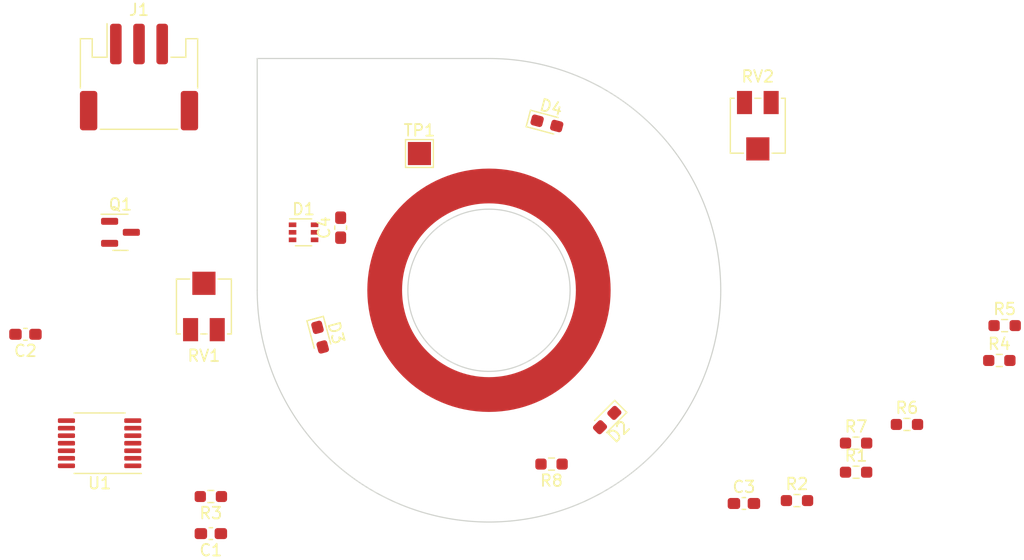
<source format=kicad_pcb>
(kicad_pcb (version 20211014) (generator pcbnew)
  (layers (0 "F.Cu" signal) (31 "B.Cu" signal) (34 "B.Paste" user) (35 "F.Paste" user) (36 "B.SilkS" user "B.Silkscreen") (37 "F.SilkS" user "F.Silkscreen") (38 "B.Mask" user) (39 "F.Mask" user) (44 "Edge.Cuts" user))
  (net 0 "")
  (net 1 "Net-(C1-Pad1)")
  (net 2 "Net-(C1-Pad2)")
  (net 3 "Net-(C2-Pad1)")
  (net 4 "GND")
  (net 5 "Net-(C3-Pad2)")
  (net 6 "VCC")
  (net 7 "/PZ-")
  (net 8 "/PZ+")
  (net 9 "Net-(D2-Pad2)")
  (net 10 "Net-(Q1-Pad2)")
  (net 11 "Net-(Q1-Pad1)")
  (net 12 "Net-(R1-Pad2)")
  (net 15 "Net-(D2-Pad1)")
  (net 16 "Net-(D3-Pad1)")
  (footprint "Capacitor_SMD:C_0603_1608Metric_Pad1.08x0.95mm_HandSolder" (layer "F.Cu") (at 172 118.4)
    (fp_text reference "C3" (at 0 -1.43) (layer "F.SilkS"))
    (fp_text value "0.1uF")
    (fp_line (start -0.146267 0.51) (end 0.146267 0.51) (layer "F.SilkS") (width 0.12))
    (fp_line (start -0.146267 -0.51) (end 0.146267 -0.51) (layer "F.SilkS") (width 0.12))
    (pad "1" smd roundrect locked (at -0.8625 0) (size 1.075 0.95) (layers "F.Cu" "F.Paste" "F.Mask") (net 4 "GND"))
    (pad "2" smd roundrect locked (at 0.8625 0) (size 1.075 0.95) (layers "F.Cu" "F.Paste" "F.Mask") (net 5 "Net-(C3-Pad2)"))
  )
  (footprint "LED_SMD:LED_0603_1608Metric_Pad1.05x0.95mm_HandSolder" (layer "F.Cu") (at 155 85.6 -15)
    (fp_text reference "D4" (at 0 -1.43 165) (layer "F.SilkS"))
    (fp_text value "LED")
    (fp_line (start 0.8 -0.735) (end -1.66 -0.735) (layer "F.SilkS") (width 0.12))
    (fp_line (start -1.66 -0.735) (end -1.66 0.735) (layer "F.SilkS") (width 0.12))
    (fp_line (start -1.66 0.735) (end 0.8 0.735) (layer "F.SilkS") (width 0.12))
    (pad "1" smd roundrect locked (at -0.875 0 345) (size 1.05 0.95) (layers "F.Cu" "F.Paste" "F.Mask") (net 4 "GND"))
    (pad "2" smd roundrect locked (at 0.875 0 345) (size 1.05 0.95) (layers "F.Cu" "F.Paste" "F.Mask") (net 16 "Net-(D3-Pad1)"))
  )
  (footprint "Capacitor_SMD:C_0603_1608Metric_Pad1.08x0.95mm_HandSolder" (layer "F.Cu") (at 137.2 94.6 90)
    (fp_text reference "C4" (at 0 -1.43 90) (layer "F.SilkS"))
    (fp_text value "1uF, 35V")
    (fp_line (start -0.146267 0.51) (end 0.146267 0.51) (layer "F.SilkS") (width 0.12))
    (fp_line (start -0.146267 -0.51) (end 0.146267 -0.51) (layer "F.SilkS") (width 0.12))
    (pad "1" smd roundrect locked (at -0.8625 0 90) (size 1.075 0.95) (layers "F.Cu" "F.Paste" "F.Mask") (net 4 "GND"))
    (pad "2" smd roundrect locked (at 0.8625 0 90) (size 1.075 0.95) (layers "F.Cu" "F.Paste" "F.Mask") (net 6 "VCC"))
  )
  (footprint "Package_TO_SOT_SMD:SOT-23" (layer "F.Cu") (at 118.2 95)
    (fp_text reference "Q1" (at 0 -2.4) (layer "F.SilkS"))
    (fp_text value "Q_NPN_BCE")
    (fp_line (start 0 1.56) (end -0.65 1.56) (layer "F.SilkS") (width 0.12))
    (fp_line (start 0 -1.56) (end -1.675 -1.56) (layer "F.SilkS") (width 0.12))
    (fp_line (start 0 -1.56) (end 0.65 -1.56) (layer "F.SilkS") (width 0.12))
    (fp_line (start 0 1.56) (end 0.65 1.56) (layer "F.SilkS") (width 0.12))
    (pad "1" smd roundrect locked (at -0.9375 -0.95) (size 1.475 0.6) (layers "F.Cu" "F.Paste" "F.Mask") (net 11 "Net-(Q1-Pad1)"))
    (pad "2" smd roundrect locked (at -0.9375 0.95) (size 1.475 0.6) (layers "F.Cu" "F.Paste" "F.Mask") (net 10 "Net-(Q1-Pad2)"))
    (pad "3" smd roundrect locked (at 0.9375 0) (size 1.475 0.6) (layers "F.Cu" "F.Paste" "F.Mask") (net 4 "GND"))
  )
  (footprint "Potentiometer_SMD:Potentiometer_Bourns_3314J_Vertical" (layer "F.Cu") (at 125.4 101.4 180)
    (fp_text reference "RV1" (at 0 -4.25) (layer "F.SilkS"))
    (fp_text value "1M")
    (fp_line (start 1.24 2.37) (end 2.37 2.37) (layer "F.SilkS") (width 0.12))
    (fp_line (start 2.37 -2.37) (end 2.37 2.37) (layer "F.SilkS") (width 0.12))
    (fp_line (start -2.37 -2.37) (end -2.039 -2.37) (layer "F.SilkS") (width 0.12))
    (fp_line (start -2.37 2.37) (end -1.24 2.37) (layer "F.SilkS") (width 0.12))
    (fp_line (start -0.259 -2.37) (end 0.26 -2.37) (layer "F.SilkS") (width 0.12))
    (fp_line (start -2.37 -2.37) (end -2.37 2.37) (layer "F.SilkS") (width 0.12))
    (fp_line (start 2.04 -2.37) (end 2.37 -2.37) (layer "F.SilkS") (width 0.12))
    (pad "1" smd rect locked (at 1.15 -2 180) (size 1.3 2) (layers "F.Cu" "F.Paste" "F.Mask") (net 7 "/PZ-"))
    (pad "2" smd rect locked (at 0 2 180) (size 2 2) (layers "F.Cu" "F.Paste" "F.Mask") (net 8 "/PZ+"))
    (pad "3" smd rect locked (at -1.15 -2 180) (size 1.3 2) (layers "F.Cu" "F.Paste" "F.Mask"))
  )
  (footprint "TestPoint:TestPoint_Pad_2.0x2.0mm" (layer "F.Cu") (at 144 88.2)
    (fp_text reference "TP1" (at 0 -1.998) (layer "F.SilkS"))
    (fp_text value "TestPoint")
    (fp_line (start -1.2 1.2) (end -1.2 -1.2) (layer "F.SilkS") (width 0.12))
    (fp_line (start -1.2 -1.2) (end 1.2 -1.2) (layer "F.SilkS") (width 0.12))
    (fp_line (start 1.2 1.2) (end -1.2 1.2) (layer "F.SilkS") (width 0.12))
    (fp_line (start 1.2 -1.2) (end 1.2 1.2) (layer "F.SilkS") (width 0.12))
    (pad "1" smd rect locked (at 0 0) (size 2 2) (layers "F.Cu" "F.Mask") (net 8 "/PZ+"))
  )
  (footprint "Capacitor_SMD:C_0603_1608Metric_Pad1.08x0.95mm_HandSolder" (layer "F.Cu") (at 126 121 180)
    (fp_text reference "C1" (at 0 -1.43 180) (layer "F.SilkS"))
    (fp_text value "0.1uF")
    (fp_line (start -0.146267 0.51) (end 0.146267 0.51) (layer "F.SilkS") (width 0.12))
    (fp_line (start -0.146267 -0.51) (end 0.146267 -0.51) (layer "F.SilkS") (width 0.12))
    (pad "1" smd roundrect locked (at -0.8625 0 180) (size 1.075 0.95) (layers "F.Cu" "F.Paste" "F.Mask") (net 1 "Net-(C1-Pad1)"))
    (pad "2" smd roundrect locked (at 0.8625 0 180) (size 1.075 0.95) (layers "F.Cu" "F.Paste" "F.Mask") (net 2 "Net-(C1-Pad2)"))
  )
  (footprint "Resistor_SMD:R_0603_1608Metric_Pad0.98x0.95mm_HandSolder" (layer "F.Cu") (at 186.07 111.58)
    (fp_text reference "R6" (at 0 -1.43) (layer "F.SilkS"))
    (fp_text value "R")
    (fp_line (start -0.254724 0.5225) (end 0.254724 0.5225) (layer "F.SilkS") (width 0.12))
    (fp_line (start -0.254724 -0.5225) (end 0.254724 -0.5225) (layer "F.SilkS") (width 0.12))
    (pad "1" smd roundrect locked (at -0.9125 0) (size 0.975 0.95) (layers "F.Cu" "F.Paste" "F.Mask") (net 5 "Net-(C3-Pad2)"))
    (pad "2" smd roundrect locked (at 0.9125 0) (size 0.975 0.95) (layers "F.Cu" "F.Paste" "F.Mask") (net 6 "VCC"))
  )
  (footprint "Capacitor_SMD:C_0603_1608Metric_Pad1.08x0.95mm_HandSolder" (layer "F.Cu") (at 110 103.8 180)
    (fp_text reference "C2" (at 0 -1.43 180) (layer "F.SilkS"))
    (fp_text value "0.1uF")
    (fp_line (start -0.146267 -0.51) (end 0.146267 -0.51) (layer "F.SilkS") (width 0.12))
    (fp_line (start -0.146267 0.51) (end 0.146267 0.51) (layer "F.SilkS") (width 0.12))
    (pad "1" smd roundrect locked (at -0.8625 0 180) (size 1.075 0.95) (layers "F.Cu" "F.Paste" "F.Mask") (net 3 "Net-(C2-Pad1)"))
    (pad "2" smd roundrect locked (at 0.8625 0 180) (size 1.075 0.95) (layers "F.Cu" "F.Paste" "F.Mask") (net 4 "GND"))
  )
  (footprint "Package_TO_SOT_SMD:SOT-363_SC-70-6" (layer "F.Cu") (at 134 95)
    (fp_text reference "D1" (at 0 -2) (layer "F.SilkS"))
    (fp_text value "BAV99S")
    (fp_line (start 0.7 -1.16) (end -1.2 -1.16) (layer "F.SilkS") (width 0.12))
    (fp_line (start -0.7 1.16) (end 0.7 1.16) (layer "F.SilkS") (width 0.12))
    (pad "1" smd rect locked (at -0.95 -0.65) (size 0.65 0.4) (layers "F.Cu" "F.Paste" "F.Mask") (net 4 "GND"))
    (pad "2" smd rect locked (at -0.95 0) (size 0.65 0.4) (layers "F.Cu" "F.Paste" "F.Mask") (net 6 "VCC"))
    (pad "3" smd rect locked (at -0.95 0.65) (size 0.65 0.4) (layers "F.Cu" "F.Paste" "F.Mask") (net 7 "/PZ-"))
    (pad "4" smd rect locked (at 0.95 0.65) (size 0.65 0.4) (layers "F.Cu" "F.Paste" "F.Mask") (net 4 "GND"))
    (pad "5" smd rect locked (at 0.95 0) (size 0.65 0.4) (layers "F.Cu" "F.Paste" "F.Mask") (net 6 "VCC"))
    (pad "6" smd rect locked (at 0.95 -0.65) (size 0.65 0.4) (layers "F.Cu" "F.Paste" "F.Mask") (net 8 "/PZ+"))
  )
  (footprint "Resistor_SMD:R_0603_1608Metric_Pad0.98x0.95mm_HandSolder" (layer "F.Cu") (at 181.68 115.7)
    (fp_text reference "R1" (at 0 -1.43) (layer "F.SilkS"))
    (fp_text value "10K")
    (fp_line (start -0.254724 -0.5225) (end 0.254724 -0.5225) (layer "F.SilkS") (width 0.12))
    (fp_line (start -0.254724 0.5225) (end 0.254724 0.5225) (layer "F.SilkS") (width 0.12))
    (pad "1" smd roundrect locked (at -0.9125 0) (size 0.975 0.95) (layers "F.Cu" "F.Paste" "F.Mask") (net 1 "Net-(C1-Pad1)"))
    (pad "2" smd roundrect locked (at 0.9125 0) (size 0.975 0.95) (layers "F.Cu" "F.Paste" "F.Mask") (net 12 "Net-(R1-Pad2)"))
  )
  (footprint "LED_SMD:LED_0603_1608Metric_Pad1.05x0.95mm_HandSolder" (layer "F.Cu") (at 135.426467 104.045185 -75)
    (fp_text reference "D3" (at 0 -1.43 105) (layer "F.SilkS"))
    (fp_text value "LED")
    (fp_line (start 0.8 -0.735) (end -1.66 -0.735) (layer "F.SilkS") (width 0.12))
    (fp_line (start -1.66 0.735) (end 0.8 0.735) (layer "F.SilkS") (width 0.12))
    (fp_line (start -1.66 -0.735) (end -1.66 0.735) (layer "F.SilkS") (width 0.12))
    (pad "1" smd roundrect locked (at -0.875 0 285) (size 1.05 0.95) (layers "F.Cu" "F.Paste" "F.Mask") (net 16 "Net-(D3-Pad1)"))
    (pad "2" smd roundrect locked (at 0.875 0 285) (size 1.05 0.95) (layers "F.Cu" "F.Paste" "F.Mask") (net 15 "Net-(D2-Pad1)"))
  )
  (footprint "Resistor_SMD:R_0603_1608Metric_Pad0.98x0.95mm_HandSolder" (layer "F.Cu") (at 181.68 113.19)
    (fp_text reference "R7" (at 0 -1.43) (layer "F.SilkS"))
    (fp_text value "R")
    (fp_line (start -0.254724 0.5225) (end 0.254724 0.5225) (layer "F.SilkS") (width 0.12))
    (fp_line (start -0.254724 -0.5225) (end 0.254724 -0.5225) (layer "F.SilkS") (width 0.12))
    (pad "1" smd roundrect locked (at -0.9125 0) (size 0.975 0.95) (layers "F.Cu" "F.Paste" "F.Mask") (net 4 "GND"))
    (pad "2" smd roundrect locked (at 0.9125 0) (size 0.975 0.95) (layers "F.Cu" "F.Paste" "F.Mask") (net 5 "Net-(C3-Pad2)"))
  )
  (footprint "Resistor_SMD:R_0603_1608Metric_Pad0.98x0.95mm_HandSolder" (layer "F.Cu") (at 194.5 103.05)
    (fp_text reference "R5" (at 0 -1.43) (layer "F.SilkS"))
    (fp_text value "10K")
    (fp_line (start -0.254724 0.5225) (end 0.254724 0.5225) (layer "F.SilkS") (width 0.12))
    (fp_line (start -0.254724 -0.5225) (end 0.254724 -0.5225) (layer "F.SilkS") (width 0.12))
    (pad "1" smd roundrect locked (at -0.9125 0) (size 0.975 0.95) (layers "F.Cu" "F.Paste" "F.Mask") (net 3 "Net-(C2-Pad1)"))
    (pad "2" smd roundrect locked (at 0.9125 0) (size 0.975 0.95) (layers "F.Cu" "F.Paste" "F.Mask") (net 4 "GND"))
  )
  (footprint "Resistor_SMD:R_0603_1608Metric_Pad0.98x0.95mm_HandSolder" (layer "F.Cu") (at 194.04 106.06)
    (fp_text reference "R4" (at 0 -1.43) (layer "F.SilkS"))
    (fp_text value "10K")
    (fp_line (start -0.254724 -0.5225) (end 0.254724 -0.5225) (layer "F.SilkS") (width 0.12))
    (fp_line (start -0.254724 0.5225) (end 0.254724 0.5225) (layer "F.SilkS") (width 0.12))
    (pad "1" smd roundrect locked (at -0.9125 0) (size 0.975 0.95) (layers "F.Cu" "F.Paste" "F.Mask") (net 6 "VCC"))
    (pad "2" smd roundrect locked (at 0.9125 0) (size 0.975 0.95) (layers "F.Cu" "F.Paste" "F.Mask") (net 3 "Net-(C2-Pad1)"))
  )
  (footprint "Resistor_SMD:R_0603_1608Metric_Pad0.98x0.95mm_HandSolder" (layer "F.Cu") (at 155.4 115 180)
    (fp_text reference "R8" (at 0 -1.43) (layer "F.SilkS"))
    (fp_text value "1K")
    (fp_line (start -0.254724 -0.5225) (end 0.254724 -0.5225) (layer "F.SilkS") (width 0.12))
    (fp_line (start -0.254724 0.5225) (end 0.254724 0.5225) (layer "F.SilkS") (width 0.12))
    (pad "1" smd roundrect locked (at -0.9125 0 180) (size 0.975 0.95) (layers "F.Cu" "F.Paste" "F.Mask") (net 9 "Net-(D2-Pad2)"))
    (pad "2" smd roundrect locked (at 0.9125 0 180) (size 0.975 0.95) (layers "F.Cu" "F.Paste" "F.Mask") (net 11 "Net-(Q1-Pad1)"))
  )
  (footprint "Potentiometer_SMD:Potentiometer_Bourns_3314J_Vertical" (layer "F.Cu") (at 173.2 85.8)
    (fp_text reference "RV2" (at 0 -4.25) (layer "F.SilkS"))
    (fp_text value "100K")
    (fp_line (start 2.04 -2.37) (end 2.37 -2.37) (layer "F.SilkS") (width 0.12))
    (fp_line (start 1.24 2.37) (end 2.37 2.37) (layer "F.SilkS") (width 0.12))
    (fp_line (start -2.37 2.37) (end -1.24 2.37) (layer "F.SilkS") (width 0.12))
    (fp_line (start 2.37 -2.37) (end 2.37 2.37) (layer "F.SilkS") (width 0.12))
    (fp_line (start -2.37 -2.37) (end -2.039 -2.37) (layer "F.SilkS") (width 0.12))
    (fp_line (start -2.37 -2.37) (end -2.37 2.37) (layer "F.SilkS") (width 0.12))
    (fp_line (start -0.259 -2.37) (end 0.26 -2.37) (layer "F.SilkS") (width 0.12))
    (pad "1" smd rect locked (at 1.15 -2) (size 1.3 2) (layers "F.Cu" "F.Paste" "F.Mask") (net 4 "GND"))
    (pad "2" smd rect locked (at 0 2) (size 2 2) (layers "F.Cu" "F.Paste" "F.Mask") (net 5 "Net-(C3-Pad2)"))
    (pad "3" smd rect locked (at -1.15 -2) (size 1.3 2) (layers "F.Cu" "F.Paste" "F.Mask") (net 6 "VCC"))
  )
  (footprint "Resistor_SMD:R_0603_1608Metric_Pad0.98x0.95mm_HandSolder" (layer "F.Cu") (at 126 117.8 180)
    (fp_text reference "R3" (at 0 -1.43) (layer "F.SilkS"))
    (fp_text value "82K")
    (fp_line (start -0.254724 0.5225) (end 0.254724 0.5225) (layer "F.SilkS") (width 0.12))
    (fp_line (start -0.254724 -0.5225) (end 0.254724 -0.5225) (layer "F.SilkS") (width 0.12))
    (pad "1" smd roundrect locked (at -0.9125 0 180) (size 0.975 0.95) (layers "F.Cu" "F.Paste" "F.Mask") (net 1 "Net-(C1-Pad1)"))
    (pad "2" smd roundrect locked (at 0.9125 0 180) (size 0.975 0.95) (layers "F.Cu" "F.Paste" "F.Mask") (net 2 "Net-(C1-Pad2)"))
  )
  (footprint "Connector_JST:JST_PH_S3B-PH-SM4-TB_1x03-1MP_P2.00mm_Horizontal" (layer "F.Cu") (at 119.8 81.6)
    (fp_text reference "J1" (at 0 -5.8) (layer "F.SilkS"))
    (fp_text value "Conn_01x03")
    (fp_line (start -3.34 4.51) (end 3.34 4.51) (layer "F.SilkS") (width 0.12))
    (fp_line (start -4.04 -1.71) (end -2.76 -1.71) (layer "F.SilkS") (width 0.12))
    (fp_line (start -5.06 0.94) (end -5.06 -3.31) (layer "F.SilkS") (width 0.12))
    (fp_line (start -2.76 -1.71) (end -2.76 -4.6) (layer "F.SilkS") (width 0.12))
    (fp_line (start 4.04 -1.71) (end 2.76 -1.71) (layer "F.SilkS") (width 0.12))
    (fp_line (start 5.06 0.94) (end 5.06 -3.31) (layer "F.SilkS") (width 0.12))
    (fp_line (start -5.06 -3.31) (end -4.04 -3.31) (layer "F.SilkS") (width 0.12))
    (fp_line (start -4.04 -3.31) (end -4.04 -1.71) (layer "F.SilkS") (width 0.12))
    (fp_line (start 4.04 -3.31) (end 4.04 -1.71) (layer "F.SilkS") (width 0.12))
    (fp_line (start 5.06 -3.31) (end 4.04 -3.31) (layer "F.SilkS") (width 0.12))
    (pad "1" smd roundrect locked (at -2 -2.85) (size 1 3.5) (layers "F.Cu" "F.Paste" "F.Mask") (net 6 "VCC"))
    (pad "2" smd roundrect locked (at 0 -2.85) (size 1 3.5) (layers "F.Cu" "F.Paste" "F.Mask") (net 10 "Net-(Q1-Pad2)"))
    (pad "3" smd roundrect locked (at 2 -2.85) (size 1 3.5) (layers "F.Cu" "F.Paste" "F.Mask") (net 4 "GND"))
    (pad "MP" smd roundrect locked (at 4.35 2.9) (size 1.5 3.4) (layers "F.Cu" "F.Paste" "F.Mask") (roundrect_rratio 0.166667) (net 4 "GND"))
    (pad "MP" smd roundrect locked (at -4.35 2.9) (size 1.5 3.4) (layers "F.Cu" "F.Paste" "F.Mask") (roundrect_rratio 0.166667) (net 4 "GND"))
  )
  (footprint "Package_SO:TSSOP-14_4.4x5mm_P0.65mm" (layer "F.Cu") (at 116.4 113.2 180)
    (fp_text reference "U1" (at 0 -3.45) (layer "F.SilkS"))
    (fp_text value "LM324PT")
    (fp_line (start 0 2.61) (end 2.2 2.61) (layer "F.SilkS") (width 0.12))
    (fp_line (start 0 -2.61) (end 2.2 -2.61) (layer "F.SilkS") (width 0.12))
    (fp_line (start 0 2.61) (end -2.2 2.61) (layer "F.SilkS") (width 0.12))
    (fp_line (start 0 -2.61) (end -3.6 -2.61) (layer "F.SilkS") (width 0.12))
    (pad "1" smd roundrect locked (at -2.8625 -1.95 180) (size 1.475 0.4) (layers "F.Cu" "F.Paste" "F.Mask") (net 2 "Net-(C1-Pad2)"))
    (pad "2" smd roundrect locked (at -2.8625 -1.3 180) (size 1.475 0.4) (layers "F.Cu" "F.Paste" "F.Mask") (net 1 "Net-(C1-Pad1)"))
    (pad "3" smd roundrect locked (at -2.8625 -0.65 180) (size 1.475 0.4) (layers "F.Cu" "F.Paste" "F.Mask") (net 8 "/PZ+"))
    (pad "4" smd roundrect locked (at -2.8625 0 180) (size 1.475 0.4) (layers "F.Cu" "F.Paste" "F.Mask") (net 6 "VCC"))
    (pad "5" smd roundrect locked (at -2.8625 0.65 180) (size 1.475 0.4) (layers "F.Cu" "F.Paste" "F.Mask") (net 5 "Net-(C3-Pad2)"))
    (pad "6" smd roundrect locked (at -2.8625 1.3 180) (size 1.475 0.4) (layers "F.Cu" "F.Paste" "F.Mask") (net 2 "Net-(C1-Pad2)"))
    (pad "7" smd roundrect locked (at -2.8625 1.95 180) (size 1.475 0.4) (layers "F.Cu" "F.Paste" "F.Mask") (net 11 "Net-(Q1-Pad1)"))
    (pad "8" smd roundrect locked (at 2.8625 1.95 180) (size 1.475 0.4) (layers "F.Cu" "F.Paste" "F.Mask") (net 7 "/PZ-"))
    (pad "9" smd roundrect locked (at 2.8625 1.3 180) (size 1.475 0.4) (layers "F.Cu" "F.Paste" "F.Mask") (net 7 "/PZ-"))
    (pad "10" smd roundrect locked (at 2.8625 0.65 180) (size 1.475 0.4) (layers "F.Cu" "F.Paste" "F.Mask") (net 3 "Net-(C2-Pad1)"))
    (pad "11" smd roundrect locked (at 2.8625 0 180) (size 1.475 0.4) (layers "F.Cu" "F.Paste" "F.Mask") (net 4 "GND"))
    (pad "12" smd roundrect locked (at 2.8625 -0.65 180) (size 1.475 0.4) (layers "F.Cu" "F.Paste" "F.Mask") (net 4 "GND"))
    (pad "13" smd roundrect locked (at 2.8625 -1.3 180) (size 1.475 0.4) (layers "F.Cu" "F.Paste" "F.Mask") (net 4 "GND"))
    (pad "14" smd roundrect locked (at 2.8625 -1.95 180) (size 1.475 0.4) (layers "F.Cu" "F.Paste" "F.Mask"))
  )
  (footprint "LED_SMD:LED_0603_1608Metric_Pad1.05x0.95mm_HandSolder" (layer "F.Cu") (at 160.2 111.2 -135)
    (fp_text reference "D2" (at 0 -1.43 45) (layer "F.SilkS"))
    (fp_text value "LED")
    (fp_line (start 0.8 -0.735) (end -1.66 -0.735) (layer "F.SilkS") (width 0.12))
    (fp_line (start -1.66 -0.735) (end -1.66 0.735) (layer "F.SilkS") (width 0.12))
    (fp_line (start -1.66 0.735) (end 0.8 0.735) (layer "F.SilkS") (width 0.12))
    (pad "1" smd roundrect locked (at -0.875 0 225) (size 1.05 0.95) (layers "F.Cu" "F.Paste" "F.Mask") (net 15 "Net-(D2-Pad1)"))
    (pad "2" smd roundrect locked (at 0.875 0 225) (size 1.05 0.95) (layers "F.Cu" "F.Paste" "F.Mask") (net 9 "Net-(D2-Pad2)"))
  )
  (footprint "Resistor_SMD:R_0603_1608Metric_Pad0.98x0.95mm_HandSolder" (layer "F.Cu") (at 176.58 118.15)
    (fp_text reference "R2" (at 0 -1.43) (layer "F.SilkS"))
    (fp_text value "10K")
    (fp_line (start -0.254724 -0.5225) (end 0.254724 -0.5225) (layer "F.SilkS") (width 0.12))
    (fp_line (start -0.254724 0.5225) (end 0.254724 0.5225) (layer "F.SilkS") (width 0.12))
    (pad "1" smd roundrect locked (at -0.9125 0) (size 0.975 0.95) (layers "F.Cu" "F.Paste" "F.Mask") (net 12 "Net-(R1-Pad2)"))
    (pad "2" smd roundrect locked (at 0.9125 0) (size 0.975 0.95) (layers "F.Cu" "F.Paste" "F.Mask") (net 7 "/PZ-"))
  )
  (gr_circle (center 150 100) (end 159 100) (layer "F.Cu") (width 3) (fill none))
  (gr_line locked (start 150 80) (end 130 80) (layer "Edge.Cuts") (width 0.1))
  (gr_arc locked (start 150 80) (mid 164.142134 114.142136) (end 130 100) (layer "Edge.Cuts") (width 0.1))
  (gr_circle locked (center 150 100) (end 157 100) (layer "Edge.Cuts") (width 0.1) (fill none))
  (gr_line locked (start 130 80) (end 130 100) (layer "Edge.Cuts") (width 0.1))
)
</source>
